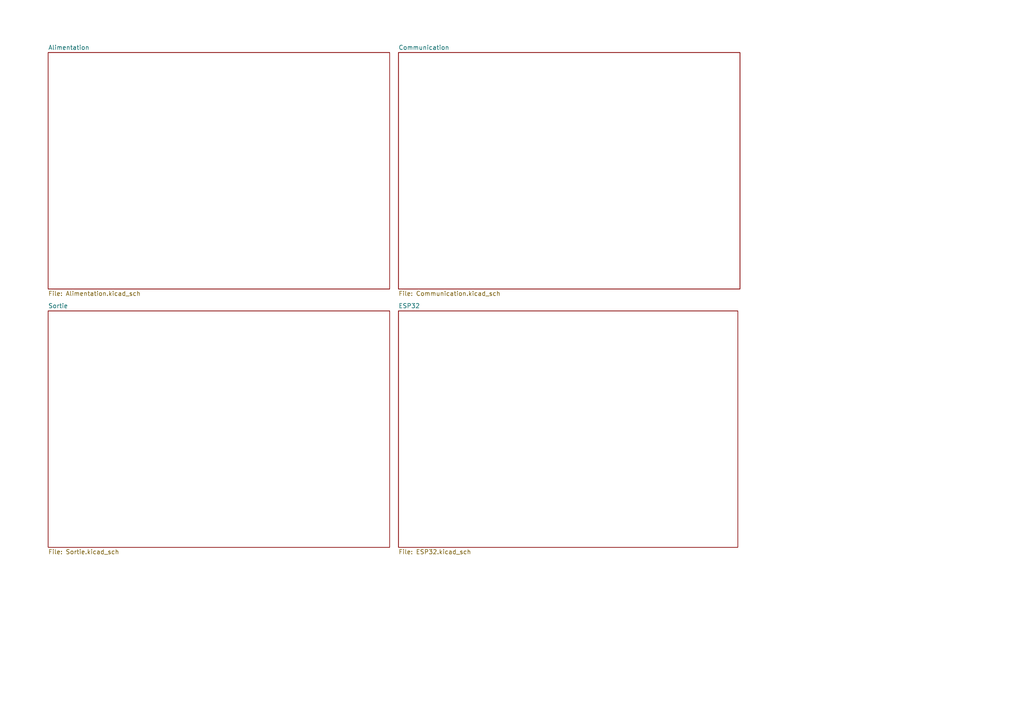
<source format=kicad_sch>
(kicad_sch
	(version 20231120)
	(generator "eeschema")
	(generator_version "8.0")
	(uuid "ecd44d9a-8113-48e2-a5bb-0de07ce8b9ce")
	(paper "A4")
	(lib_symbols)
	(sheet
		(at 115.57 90.17)
		(size 98.425 68.58)
		(fields_autoplaced yes)
		(stroke
			(width 0.1524)
			(type solid)
		)
		(fill
			(color 0 0 0 0.0000)
		)
		(uuid "42eddecc-5d06-4740-ba8f-a05813435351")
		(property "Sheetname" "ESP32"
			(at 115.57 89.4584 0)
			(effects
				(font
					(size 1.27 1.27)
				)
				(justify left bottom)
			)
		)
		(property "Sheetfile" "ESP32.kicad_sch"
			(at 115.57 159.3346 0)
			(effects
				(font
					(size 1.27 1.27)
				)
				(justify left top)
			)
		)
		(instances
			(project "SoM_V2"
				(path "/ecd44d9a-8113-48e2-a5bb-0de07ce8b9ce"
					(page "7")
				)
			)
		)
	)
	(sheet
		(at 115.57 15.24)
		(size 99.06 68.58)
		(fields_autoplaced yes)
		(stroke
			(width 0.1524)
			(type solid)
		)
		(fill
			(color 0 0 0 0.0000)
		)
		(uuid "8e20c774-e159-4c82-b251-7add9faa2a44")
		(property "Sheetname" "Communication"
			(at 115.57 14.5284 0)
			(effects
				(font
					(size 1.27 1.27)
				)
				(justify left bottom)
			)
		)
		(property "Sheetfile" "Communication.kicad_sch"
			(at 115.57 84.4046 0)
			(effects
				(font
					(size 1.27 1.27)
				)
				(justify left top)
			)
		)
		(instances
			(project "SoM_V2"
				(path "/ecd44d9a-8113-48e2-a5bb-0de07ce8b9ce"
					(page "3")
				)
			)
		)
	)
	(sheet
		(at 13.97 15.24)
		(size 99.06 68.58)
		(fields_autoplaced yes)
		(stroke
			(width 0.1524)
			(type solid)
		)
		(fill
			(color 0 0 0 0.0000)
		)
		(uuid "c4014528-9d1a-4585-ac7c-830bae440eaa")
		(property "Sheetname" "Alimentation"
			(at 13.97 14.5284 0)
			(effects
				(font
					(size 1.27 1.27)
				)
				(justify left bottom)
			)
		)
		(property "Sheetfile" "Alimentation.kicad_sch"
			(at 13.97 84.4046 0)
			(effects
				(font
					(size 1.27 1.27)
				)
				(justify left top)
			)
		)
		(instances
			(project "SoM_V2"
				(path "/ecd44d9a-8113-48e2-a5bb-0de07ce8b9ce"
					(page "2")
				)
			)
		)
	)
	(sheet
		(at 13.97 90.17)
		(size 99.06 68.58)
		(fields_autoplaced yes)
		(stroke
			(width 0.1524)
			(type solid)
		)
		(fill
			(color 0 0 0 0.0000)
		)
		(uuid "fc7293f1-5a36-4fea-b330-faa9d597a61e")
		(property "Sheetname" "Sortie"
			(at 13.97 89.4584 0)
			(effects
				(font
					(size 1.27 1.27)
				)
				(justify left bottom)
			)
		)
		(property "Sheetfile" "Sortie.kicad_sch"
			(at 13.97 159.3346 0)
			(effects
				(font
					(size 1.27 1.27)
				)
				(justify left top)
			)
		)
		(instances
			(project "SoM_V2"
				(path "/ecd44d9a-8113-48e2-a5bb-0de07ce8b9ce"
					(page "5")
				)
			)
		)
	)
	(sheet_instances
		(path "/"
			(page "1")
		)
	)
)
</source>
